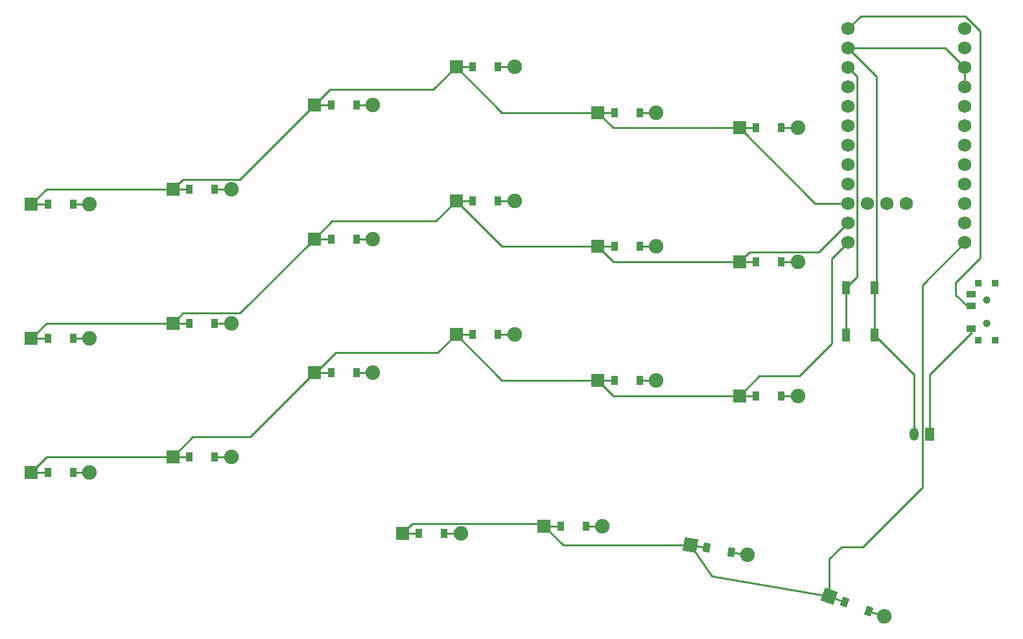
<source format=gbr>
%TF.GenerationSoftware,KiCad,Pcbnew,8.0.4*%
%TF.CreationDate,2024-08-22T13:25:46+01:00*%
%TF.ProjectId,left (v2 backup),6c656674-2028-4763-9220-6261636b7570,v1.0.0*%
%TF.SameCoordinates,Original*%
%TF.FileFunction,Copper,L1,Top*%
%TF.FilePolarity,Positive*%
%FSLAX46Y46*%
G04 Gerber Fmt 4.6, Leading zero omitted, Abs format (unit mm)*
G04 Created by KiCad (PCBNEW 8.0.4) date 2024-08-22 13:25:46*
%MOMM*%
%LPD*%
G01*
G04 APERTURE LIST*
G04 Aperture macros list*
%AMRotRect*
0 Rectangle, with rotation*
0 The origin of the aperture is its center*
0 $1 length*
0 $2 width*
0 $3 Rotation angle, in degrees counterclockwise*
0 Add horizontal line*
21,1,$1,$2,0,0,$3*%
G04 Aperture macros list end*
%TA.AperFunction,SMDPad,CuDef*%
%ADD10R,0.900000X0.900000*%
%TD*%
%TA.AperFunction,WasherPad*%
%ADD11C,1.000000*%
%TD*%
%TA.AperFunction,SMDPad,CuDef*%
%ADD12R,1.250000X0.900000*%
%TD*%
%TA.AperFunction,SMDPad,CuDef*%
%ADD13R,1.100000X1.800000*%
%TD*%
%TA.AperFunction,ComponentPad*%
%ADD14R,1.778000X1.778000*%
%TD*%
%TA.AperFunction,SMDPad,CuDef*%
%ADD15R,0.900000X1.200000*%
%TD*%
%TA.AperFunction,ComponentPad*%
%ADD16C,1.905000*%
%TD*%
%TA.AperFunction,ComponentPad*%
%ADD17RotRect,1.778000X1.778000X350.000000*%
%TD*%
%TA.AperFunction,SMDPad,CuDef*%
%ADD18RotRect,0.900000X1.200000X350.000000*%
%TD*%
%TA.AperFunction,ComponentPad*%
%ADD19RotRect,1.778000X1.778000X340.000000*%
%TD*%
%TA.AperFunction,SMDPad,CuDef*%
%ADD20RotRect,0.900000X1.200000X340.000000*%
%TD*%
%TA.AperFunction,ComponentPad*%
%ADD21R,1.200000X1.700000*%
%TD*%
%TA.AperFunction,ComponentPad*%
%ADD22O,1.200000X1.700000*%
%TD*%
%TA.AperFunction,ComponentPad*%
%ADD23C,1.752600*%
%TD*%
%TA.AperFunction,Conductor*%
%ADD24C,0.250000*%
%TD*%
G04 APERTURE END LIST*
D10*
%TO.P,T1,*%
%TO.N,*%
X222755760Y-62705703D03*
X220555760Y-62705703D03*
D11*
X221655760Y-64905703D03*
X221655760Y-67905703D03*
D10*
X222755760Y-70105703D03*
X220555760Y-70105703D03*
D12*
%TO.P,T1,1*%
%TO.N,pos*%
X219580760Y-68655703D03*
%TO.P,T1,2*%
%TO.N,RAW*%
X219580760Y-65655703D03*
%TO.P,T1,3*%
%TO.N,N/C*%
X219580759Y-64155703D03*
%TD*%
D13*
%TO.P,B1,1*%
%TO.N,GND*%
X207005757Y-63305703D03*
X207005757Y-69505703D03*
%TO.P,B1,2*%
%TO.N,RST*%
X203305757Y-63305703D03*
X203305757Y-69505703D03*
%TD*%
D14*
%TO.P,D18,1*%
%TO.N,P111*%
X189345761Y-42405706D03*
D15*
X191505761Y-42405704D03*
%TO.P,D18,2*%
%TO.N,sixth_top*%
X194805761Y-42405708D03*
D16*
X196965761Y-42405706D03*
%TD*%
D14*
%TO.P,D12,1*%
%TO.N,P111*%
X152345757Y-34405704D03*
D15*
X154505757Y-34405702D03*
%TO.P,D12,2*%
%TO.N,fourth_top*%
X157805757Y-34405706D03*
D16*
X159965757Y-34405704D03*
%TD*%
D14*
%TO.P,D17,1*%
%TO.N,P010*%
X189345761Y-59905704D03*
D15*
X191505761Y-59905702D03*
%TO.P,D17,2*%
%TO.N,sixth_home*%
X194805761Y-59905706D03*
D16*
X196965761Y-59905704D03*
%TD*%
D14*
%TO.P,D6,1*%
%TO.N,P111*%
X115345758Y-50405704D03*
D15*
X117505758Y-50405702D03*
%TO.P,D6,2*%
%TO.N,second_top*%
X120805758Y-50405706D03*
D16*
X122965758Y-50405704D03*
%TD*%
D14*
%TO.P,D13,1*%
%TO.N,P009*%
X170845758Y-75405704D03*
D15*
X173005758Y-75405702D03*
%TO.P,D13,2*%
%TO.N,fifth_bottom*%
X176305758Y-75405706D03*
D16*
X178465758Y-75405704D03*
%TD*%
D14*
%TO.P,D8,1*%
%TO.N,P010*%
X133845758Y-56905703D03*
D15*
X136005758Y-56905701D03*
%TO.P,D8,2*%
%TO.N,third_home*%
X139305758Y-56905705D03*
D16*
X141465758Y-56905703D03*
%TD*%
D14*
%TO.P,D2,1*%
%TO.N,P010*%
X96845757Y-69905703D03*
D15*
X99005757Y-69905701D03*
%TO.P,D2,2*%
%TO.N,first_home*%
X102305757Y-69905705D03*
D16*
X104465757Y-69905703D03*
%TD*%
D14*
%TO.P,D7,1*%
%TO.N,P009*%
X133845761Y-74405705D03*
D15*
X136005761Y-74405703D03*
%TO.P,D7,2*%
%TO.N,third_bottom*%
X139305761Y-74405707D03*
D16*
X141465761Y-74405705D03*
%TD*%
D14*
%TO.P,D11,1*%
%TO.N,P010*%
X152345763Y-51905704D03*
D15*
X154505763Y-51905702D03*
%TO.P,D11,2*%
%TO.N,fourth_home*%
X157805763Y-51905706D03*
D16*
X159965763Y-51905704D03*
%TD*%
D17*
%TO.P,D21,1*%
%TO.N,P106*%
X182915930Y-96888650D03*
D18*
X185043116Y-97263732D03*
%TO.P,D21,2*%
%TO.N,third_only*%
X188292982Y-97836768D03*
D16*
X190420168Y-98211850D03*
%TD*%
D19*
%TO.P,D22,1*%
%TO.N,P106*%
X201091570Y-103630187D03*
D20*
X203121306Y-104368952D03*
%TO.P,D22,2*%
%TO.N,fourth_only*%
X206222292Y-105497616D03*
D16*
X208252028Y-106236381D03*
%TD*%
D14*
%TO.P,D10,1*%
%TO.N,P009*%
X152345755Y-69405707D03*
D15*
X154505755Y-69405705D03*
%TO.P,D10,2*%
%TO.N,fourth_bottom*%
X157805755Y-69405709D03*
D16*
X159965755Y-69405707D03*
%TD*%
D14*
%TO.P,D3,1*%
%TO.N,P111*%
X96845760Y-52405703D03*
D15*
X99005760Y-52405701D03*
%TO.P,D3,2*%
%TO.N,first_top*%
X102305760Y-52405705D03*
D16*
X104465760Y-52405703D03*
%TD*%
D14*
%TO.P,D19,1*%
%TO.N,P106*%
X145345762Y-95405704D03*
D15*
X147505762Y-95405702D03*
%TO.P,D19,2*%
%TO.N,first_only*%
X150805762Y-95405706D03*
D16*
X152965762Y-95405704D03*
%TD*%
D14*
%TO.P,D9,1*%
%TO.N,P111*%
X133845763Y-39405704D03*
D15*
X136005763Y-39405702D03*
%TO.P,D9,2*%
%TO.N,third_top*%
X139305763Y-39405706D03*
D16*
X141465763Y-39405704D03*
%TD*%
D21*
%TO.P,JST1,1*%
%TO.N,pos*%
X214155761Y-82405704D03*
D22*
%TO.P,JST1,2*%
%TO.N,GND*%
X212155761Y-82405704D03*
%TD*%
D14*
%TO.P,D1,1*%
%TO.N,P009*%
X96845760Y-87405704D03*
D15*
X99005760Y-87405702D03*
%TO.P,D1,2*%
%TO.N,first_bottom*%
X102305760Y-87405706D03*
D16*
X104465760Y-87405704D03*
%TD*%
D14*
%TO.P,D14,1*%
%TO.N,P010*%
X170845763Y-57905702D03*
D15*
X173005763Y-57905700D03*
%TO.P,D14,2*%
%TO.N,fifth_home*%
X176305763Y-57905704D03*
D16*
X178465763Y-57905702D03*
%TD*%
D14*
%TO.P,D16,1*%
%TO.N,P009*%
X189345762Y-77405706D03*
D15*
X191505762Y-77405704D03*
%TO.P,D16,2*%
%TO.N,sixth_bottom*%
X194805762Y-77405708D03*
D16*
X196965762Y-77405706D03*
%TD*%
D14*
%TO.P,D15,1*%
%TO.N,P111*%
X170845760Y-40405702D03*
D15*
X173005760Y-40405700D03*
%TO.P,D15,2*%
%TO.N,fifth_top*%
X176305760Y-40405704D03*
D16*
X178465760Y-40405702D03*
%TD*%
D23*
%TO.P,MCU1,1*%
%TO.N,P006*%
X218775756Y-29435709D03*
%TO.P,MCU1,2*%
%TO.N,P008*%
X218775756Y-31975706D03*
%TO.P,MCU1,3*%
%TO.N,GND*%
X218775756Y-34515706D03*
%TO.P,MCU1,4*%
X218775756Y-37055706D03*
%TO.P,MCU1,5*%
%TO.N,P017*%
X218775756Y-39595706D03*
%TO.P,MCU1,6*%
%TO.N,P020*%
X218775756Y-42135706D03*
%TO.P,MCU1,7*%
%TO.N,P022*%
X218775756Y-44675706D03*
%TO.P,MCU1,8*%
%TO.N,P024*%
X218775756Y-47215706D03*
%TO.P,MCU1,9*%
%TO.N,P100*%
X218775752Y-49755706D03*
%TO.P,MCU1,10*%
%TO.N,P011*%
X218775756Y-52295706D03*
%TO.P,MCU1,11*%
%TO.N,P104*%
X218775756Y-54835706D03*
%TO.P,MCU1,12*%
%TO.N,P106*%
X218775756Y-57375706D03*
%TO.P,MCU1,13*%
%TO.N,P009*%
X203535756Y-57375703D03*
%TO.P,MCU1,14*%
%TO.N,P010*%
X203535756Y-54835706D03*
%TO.P,MCU1,15*%
%TO.N,P111*%
X203535756Y-52295706D03*
%TO.P,MCU1,16*%
%TO.N,P113*%
X203535756Y-49755706D03*
%TO.P,MCU1,17*%
%TO.N,P115*%
X203535756Y-47215706D03*
%TO.P,MCU1,18*%
%TO.N,P002*%
X203535756Y-44675706D03*
%TO.P,MCU1,19*%
%TO.N,P029*%
X203535756Y-42135706D03*
%TO.P,MCU1,20*%
%TO.N,P031*%
X203535756Y-39595706D03*
%TO.P,MCU1,21*%
%TO.N,VCC*%
X203535760Y-37055706D03*
%TO.P,MCU1,22*%
%TO.N,RST*%
X203535756Y-34515706D03*
%TO.P,MCU1,23*%
%TO.N,GND*%
X203535756Y-31975706D03*
%TO.P,MCU1,24*%
%TO.N,RAW*%
X203535756Y-29435706D03*
%TO.P,MCU1,31*%
%TO.N,P101*%
X206075758Y-52295705D03*
%TO.P,MCU1,32*%
%TO.N,P102*%
X208615756Y-52295706D03*
%TO.P,MCU1,33*%
%TO.N,P107*%
X211155756Y-52295706D03*
%TD*%
D14*
%TO.P,D4,1*%
%TO.N,P009*%
X115345754Y-85405705D03*
D15*
X117505754Y-85405703D03*
%TO.P,D4,2*%
%TO.N,second_bottom*%
X120805754Y-85405707D03*
D16*
X122965754Y-85405705D03*
%TD*%
D14*
%TO.P,D20,1*%
%TO.N,P106*%
X163845760Y-94405706D03*
D15*
X166005760Y-94405704D03*
%TO.P,D20,2*%
%TO.N,second_only*%
X169305760Y-94405708D03*
D16*
X171465760Y-94405706D03*
%TD*%
D14*
%TO.P,D5,1*%
%TO.N,P010*%
X115345764Y-67905707D03*
D15*
X117505764Y-67905705D03*
%TO.P,D5,2*%
%TO.N,second_home*%
X120805764Y-67905709D03*
D16*
X122965764Y-67905707D03*
%TD*%
D24*
%TO.N,first_bottom*%
X102305761Y-87405702D02*
X104465759Y-87405707D01*
%TO.N,first_home*%
X102305757Y-69905705D02*
X104465763Y-69905704D01*
%TO.N,first_top*%
X102305762Y-52405700D02*
X104465759Y-52405702D01*
%TO.N,second_bottom*%
X120805759Y-85405702D02*
X122965759Y-85405703D01*
%TO.N,second_home*%
X120805761Y-67905703D02*
X122965759Y-67905705D01*
%TO.N,second_top*%
X120805764Y-50405706D02*
X122965764Y-50405703D01*
%TO.N,third_bottom*%
X139305759Y-74405703D02*
X141465763Y-74405706D01*
%TO.N,third_home*%
X139305764Y-56905705D02*
X141465759Y-56905704D01*
%TO.N,third_top*%
X139305755Y-39405704D02*
X141465760Y-39405703D01*
%TO.N,fourth_bottom*%
X157805760Y-69405704D02*
X159965758Y-69405706D01*
%TO.N,fourth_home*%
X159965758Y-51905703D02*
X157805763Y-51905705D01*
%TO.N,fourth_top*%
X157805756Y-34405701D02*
X159965764Y-34405706D01*
%TO.N,fifth_bottom*%
X176305760Y-75405704D02*
X178465756Y-75405703D01*
%TO.N,fifth_home*%
X176305754Y-57905705D02*
X178465758Y-57905700D01*
%TO.N,fifth_top*%
X176305761Y-40405705D02*
X178465758Y-40405704D01*
%TO.N,sixth_bottom*%
X194805756Y-77405706D02*
X196965760Y-77405703D01*
%TO.N,sixth_home*%
X194805762Y-59905705D02*
X196965756Y-59905706D01*
%TO.N,sixth_top*%
X194805757Y-42405705D02*
X196965759Y-42405702D01*
%TO.N,first_only*%
X150805764Y-95405705D02*
X152965757Y-95405705D01*
%TO.N,second_only*%
X169305763Y-94405704D02*
X171465761Y-94405707D01*
%TO.N,third_only*%
X188292982Y-97836769D02*
X190420162Y-98211847D01*
X190420162Y-98211847D02*
X190420166Y-98211854D01*
%TO.N,fourth_only*%
X206222293Y-105497614D02*
X208252029Y-106236380D01*
X208252029Y-106236380D02*
X208252026Y-106236382D01*
%TO.N,P009*%
X115345758Y-85405706D02*
X117505763Y-85405704D01*
X197200000Y-74800000D02*
X191951468Y-74800000D01*
X201400000Y-70600000D02*
X197200000Y-74800000D01*
X189345758Y-77405703D02*
X191505763Y-77405704D01*
X136592182Y-71791059D02*
X149960405Y-71791060D01*
X125460405Y-82791060D02*
X133845758Y-74405706D01*
X133845758Y-74405706D02*
X133977536Y-74405705D01*
X96845761Y-87405703D02*
X98845760Y-85405705D01*
X152345754Y-69405702D02*
X154505762Y-69405702D01*
X170845761Y-75405704D02*
X173005760Y-75405706D01*
X191951468Y-74800000D02*
X189345762Y-77405706D01*
X201400000Y-59511459D02*
X201400000Y-70600000D01*
X172845762Y-77405706D02*
X189345761Y-77405706D01*
X115345754Y-85405704D02*
X117960401Y-82791059D01*
X117960401Y-82791059D02*
X125460405Y-82791060D01*
X98845760Y-85405705D02*
X115345754Y-85405704D01*
X149960405Y-71791060D02*
X152345757Y-69405706D01*
X133845759Y-74405703D02*
X136005758Y-74405706D01*
X158345753Y-75405702D02*
X170845760Y-75405704D01*
X133977536Y-74405705D02*
X136592182Y-71791059D01*
X170845760Y-75405704D02*
X172845762Y-77405706D01*
X152345757Y-69405706D02*
X158345753Y-75405702D01*
X203535756Y-57375703D02*
X201400000Y-59511459D01*
X96845764Y-87405706D02*
X99005760Y-87405706D01*
%TO.N,P010*%
X172845764Y-59905704D02*
X189345761Y-59905704D01*
X96845757Y-69905702D02*
X98845754Y-67905707D01*
X152345763Y-51905705D02*
X158345761Y-57905702D01*
X133845759Y-56905704D02*
X136160404Y-54591059D01*
X115345763Y-67905706D02*
X116623262Y-66628207D01*
X158345761Y-57905702D02*
X170845762Y-57905703D01*
X98845754Y-67905707D02*
X115345763Y-67905706D01*
X199743258Y-58628204D02*
X203535756Y-54835706D01*
X170845756Y-57905707D02*
X173005763Y-57905705D01*
X96845761Y-69905704D02*
X99005758Y-69905707D01*
X189345761Y-59905704D02*
X190623261Y-58628204D01*
X116623262Y-66628207D02*
X124123257Y-66628207D01*
X170845762Y-57905703D02*
X172845764Y-59905704D01*
X149660408Y-54591059D02*
X152345763Y-51905705D01*
X189345761Y-59905706D02*
X191505760Y-59905704D01*
X136160404Y-54591059D02*
X149660408Y-54591059D01*
X152345761Y-51905705D02*
X154505758Y-51905705D01*
X190623261Y-58628204D02*
X199743258Y-58628204D01*
X133845760Y-56905705D02*
X136005757Y-56905703D01*
X115345761Y-67905700D02*
X117505759Y-67905703D01*
X124123257Y-66628207D02*
X133845759Y-56905704D01*
%TO.N,P111*%
X98845758Y-50405704D02*
X115345758Y-50405703D01*
X189345761Y-42405706D02*
X199235761Y-52295706D01*
X96845758Y-52405704D02*
X99005762Y-52405703D01*
X152345756Y-34405705D02*
X158345757Y-40405703D01*
X133845763Y-39405704D02*
X135860407Y-37391059D01*
X172845762Y-42405705D02*
X189345761Y-42405706D01*
X170845758Y-40405703D02*
X173005757Y-40405703D01*
X189345762Y-42405704D02*
X191505761Y-42405705D01*
X116623258Y-49128204D02*
X124123262Y-49128204D01*
X115345758Y-50405704D02*
X117505760Y-50405703D01*
X170845759Y-40405703D02*
X172845762Y-42405705D01*
X124123262Y-49128204D02*
X133845763Y-39405704D01*
X133845760Y-39405702D02*
X136005762Y-39405706D01*
X152345758Y-34405704D02*
X154505760Y-34405703D01*
X149360402Y-37391060D02*
X152345756Y-34405705D01*
X199235761Y-52295706D02*
X203535756Y-52295706D01*
X96845758Y-52405704D02*
X98845758Y-50405704D01*
X115345758Y-50405703D02*
X116623258Y-49128204D01*
X158345757Y-40405703D02*
X170845759Y-40405703D01*
X135860407Y-37391059D02*
X149360402Y-37391060D01*
%TO.N,P106*%
X203121304Y-104368950D02*
X203121305Y-104368952D01*
X182915931Y-96888649D02*
X185741161Y-100923495D01*
X145345761Y-95405703D02*
X146623260Y-94128203D01*
X185043111Y-97263729D02*
X185043111Y-97263733D01*
X163845761Y-94405705D02*
X166328703Y-96888649D01*
X201091570Y-98708430D02*
X201091570Y-103630187D01*
X205480739Y-97119261D02*
X202680739Y-97119261D01*
X182915928Y-96888651D02*
X185043111Y-97263729D01*
X213230761Y-89369239D02*
X205480739Y-97119261D01*
X201091571Y-103630183D02*
X203121304Y-104368950D01*
X163568258Y-94128204D02*
X163845761Y-94405705D01*
X146623260Y-94128203D02*
X163568258Y-94128204D01*
X213230761Y-62920701D02*
X213230761Y-89369239D01*
X145345759Y-95405703D02*
X147505760Y-95405706D01*
X218775756Y-57375706D02*
X213230761Y-62920701D01*
X185741161Y-100923495D02*
X201091570Y-103630186D01*
X202680739Y-97119261D02*
X201091570Y-98708430D01*
X163845763Y-94405701D02*
X166005762Y-94405707D01*
X166328703Y-96888649D02*
X182915930Y-96888649D01*
%TO.N,RAW*%
X203535756Y-29435706D02*
X205171462Y-27800000D01*
X218838942Y-27800000D02*
X220800000Y-29761058D01*
X217600000Y-64200000D02*
X219055703Y-65655703D01*
X219055703Y-65655703D02*
X219580760Y-65655703D01*
X220800000Y-59400000D02*
X217600000Y-62600000D01*
X205171462Y-27800000D02*
X218838942Y-27800000D01*
X220800000Y-29761058D02*
X220800000Y-59400000D01*
X217600000Y-62600000D02*
X217600000Y-64200000D01*
%TO.N,GND*%
X203535756Y-31975706D02*
X207277058Y-35717008D01*
X203535756Y-31975706D02*
X216235756Y-31975706D01*
X207277058Y-63034402D02*
X207005757Y-63305703D01*
X212155761Y-82405704D02*
X212155761Y-74655707D01*
X212155761Y-74655707D02*
X207005757Y-69505703D01*
X216235756Y-31975706D02*
X218775756Y-34515706D01*
X207005757Y-63305703D02*
X207005757Y-69505703D01*
X218775756Y-34515706D02*
X218775756Y-37055706D01*
X207277058Y-35717008D02*
X207277058Y-63034402D01*
%TO.N,RST*%
X203305757Y-63305703D02*
X204737060Y-61874400D01*
X203305757Y-69505703D02*
X203305757Y-63305703D01*
X204737060Y-61874400D02*
X204737060Y-35717010D01*
X204737060Y-35717010D02*
X203535756Y-34515706D01*
%TO.N,pos*%
X214155761Y-74644239D02*
X219580760Y-69219240D01*
X214155761Y-82405704D02*
X214155761Y-74644239D01*
X219580760Y-69219240D02*
X219580760Y-68655703D01*
%TD*%
M02*

</source>
